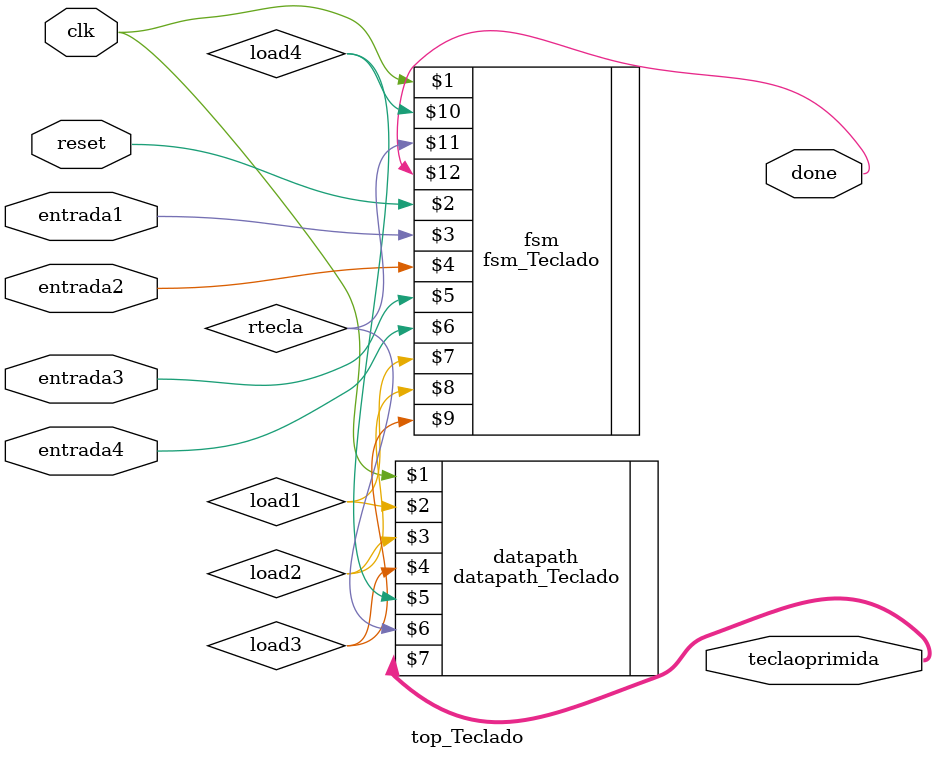
<source format=v>
`timescale 1ns / 1ps

module top_Teclado(input clk, input reset, input entrada1, input entrada2, input entrada3, input entrada4, output  [2:0] teclaoprimida, output done);


	wire load1, load2, load3, load4, rtecla;
      
	

	datapath_Teclado datapath (clk, load1, load2, load3, load4, rtecla, teclaoprimida);

        fsm_Teclado fsm (clk, reset, entrada1, entrada2, entrada3, entrada4, load1, load2, load3, load4, rtecla, done);




endmodule

</source>
